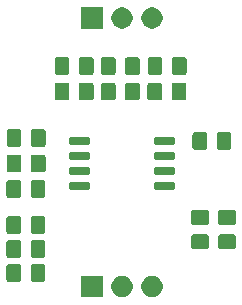
<source format=gbr>
G04 #@! TF.GenerationSoftware,KiCad,Pcbnew,(5.1.5)-2*
G04 #@! TF.CreationDate,2019-12-31T23:10:34+04:00*
G04 #@! TF.ProjectId,ad8066_filter,61643830-3636-45f6-9669-6c7465722e6b,1*
G04 #@! TF.SameCoordinates,Original*
G04 #@! TF.FileFunction,Soldermask,Top*
G04 #@! TF.FilePolarity,Negative*
%FSLAX46Y46*%
G04 Gerber Fmt 4.6, Leading zero omitted, Abs format (unit mm)*
G04 Created by KiCad (PCBNEW (5.1.5)-2) date 2019-12-31 23:10:34*
%MOMM*%
%LPD*%
G04 APERTURE LIST*
%ADD10C,0.100000*%
G04 APERTURE END LIST*
D10*
G36*
X167753512Y-99433927D02*
G01*
X167902812Y-99463624D01*
X168066784Y-99531544D01*
X168214354Y-99630147D01*
X168339853Y-99755646D01*
X168438456Y-99903216D01*
X168506376Y-100067188D01*
X168541000Y-100241259D01*
X168541000Y-100418741D01*
X168506376Y-100592812D01*
X168438456Y-100756784D01*
X168339853Y-100904354D01*
X168214354Y-101029853D01*
X168066784Y-101128456D01*
X167902812Y-101196376D01*
X167753512Y-101226073D01*
X167728742Y-101231000D01*
X167551258Y-101231000D01*
X167526488Y-101226073D01*
X167377188Y-101196376D01*
X167213216Y-101128456D01*
X167065646Y-101029853D01*
X166940147Y-100904354D01*
X166841544Y-100756784D01*
X166773624Y-100592812D01*
X166739000Y-100418741D01*
X166739000Y-100241259D01*
X166773624Y-100067188D01*
X166841544Y-99903216D01*
X166940147Y-99755646D01*
X167065646Y-99630147D01*
X167213216Y-99531544D01*
X167377188Y-99463624D01*
X167526488Y-99433927D01*
X167551258Y-99429000D01*
X167728742Y-99429000D01*
X167753512Y-99433927D01*
G37*
G36*
X165213512Y-99433927D02*
G01*
X165362812Y-99463624D01*
X165526784Y-99531544D01*
X165674354Y-99630147D01*
X165799853Y-99755646D01*
X165898456Y-99903216D01*
X165966376Y-100067188D01*
X166001000Y-100241259D01*
X166001000Y-100418741D01*
X165966376Y-100592812D01*
X165898456Y-100756784D01*
X165799853Y-100904354D01*
X165674354Y-101029853D01*
X165526784Y-101128456D01*
X165362812Y-101196376D01*
X165213512Y-101226073D01*
X165188742Y-101231000D01*
X165011258Y-101231000D01*
X164986488Y-101226073D01*
X164837188Y-101196376D01*
X164673216Y-101128456D01*
X164525646Y-101029853D01*
X164400147Y-100904354D01*
X164301544Y-100756784D01*
X164233624Y-100592812D01*
X164199000Y-100418741D01*
X164199000Y-100241259D01*
X164233624Y-100067188D01*
X164301544Y-99903216D01*
X164400147Y-99755646D01*
X164525646Y-99630147D01*
X164673216Y-99531544D01*
X164837188Y-99463624D01*
X164986488Y-99433927D01*
X165011258Y-99429000D01*
X165188742Y-99429000D01*
X165213512Y-99433927D01*
G37*
G36*
X163461000Y-101231000D02*
G01*
X161659000Y-101231000D01*
X161659000Y-99429000D01*
X163461000Y-99429000D01*
X163461000Y-101231000D01*
G37*
G36*
X156401674Y-98440465D02*
G01*
X156439367Y-98451899D01*
X156474103Y-98470466D01*
X156504548Y-98495452D01*
X156529534Y-98525897D01*
X156548101Y-98560633D01*
X156559535Y-98598326D01*
X156564000Y-98643661D01*
X156564000Y-99730339D01*
X156559535Y-99775674D01*
X156548101Y-99813367D01*
X156529534Y-99848103D01*
X156504548Y-99878548D01*
X156474103Y-99903534D01*
X156439367Y-99922101D01*
X156401674Y-99933535D01*
X156356339Y-99938000D01*
X155519661Y-99938000D01*
X155474326Y-99933535D01*
X155436633Y-99922101D01*
X155401897Y-99903534D01*
X155371452Y-99878548D01*
X155346466Y-99848103D01*
X155327899Y-99813367D01*
X155316465Y-99775674D01*
X155312000Y-99730339D01*
X155312000Y-98643661D01*
X155316465Y-98598326D01*
X155327899Y-98560633D01*
X155346466Y-98525897D01*
X155371452Y-98495452D01*
X155401897Y-98470466D01*
X155436633Y-98451899D01*
X155474326Y-98440465D01*
X155519661Y-98436000D01*
X156356339Y-98436000D01*
X156401674Y-98440465D01*
G37*
G36*
X158451674Y-98440465D02*
G01*
X158489367Y-98451899D01*
X158524103Y-98470466D01*
X158554548Y-98495452D01*
X158579534Y-98525897D01*
X158598101Y-98560633D01*
X158609535Y-98598326D01*
X158614000Y-98643661D01*
X158614000Y-99730339D01*
X158609535Y-99775674D01*
X158598101Y-99813367D01*
X158579534Y-99848103D01*
X158554548Y-99878548D01*
X158524103Y-99903534D01*
X158489367Y-99922101D01*
X158451674Y-99933535D01*
X158406339Y-99938000D01*
X157569661Y-99938000D01*
X157524326Y-99933535D01*
X157486633Y-99922101D01*
X157451897Y-99903534D01*
X157421452Y-99878548D01*
X157396466Y-99848103D01*
X157377899Y-99813367D01*
X157366465Y-99775674D01*
X157362000Y-99730339D01*
X157362000Y-98643661D01*
X157366465Y-98598326D01*
X157377899Y-98560633D01*
X157396466Y-98525897D01*
X157421452Y-98495452D01*
X157451897Y-98470466D01*
X157486633Y-98451899D01*
X157524326Y-98440465D01*
X157569661Y-98436000D01*
X158406339Y-98436000D01*
X158451674Y-98440465D01*
G37*
G36*
X156401674Y-96408465D02*
G01*
X156439367Y-96419899D01*
X156474103Y-96438466D01*
X156504548Y-96463452D01*
X156529534Y-96493897D01*
X156548101Y-96528633D01*
X156559535Y-96566326D01*
X156564000Y-96611661D01*
X156564000Y-97698339D01*
X156559535Y-97743674D01*
X156548101Y-97781367D01*
X156529534Y-97816103D01*
X156504548Y-97846548D01*
X156474103Y-97871534D01*
X156439367Y-97890101D01*
X156401674Y-97901535D01*
X156356339Y-97906000D01*
X155519661Y-97906000D01*
X155474326Y-97901535D01*
X155436633Y-97890101D01*
X155401897Y-97871534D01*
X155371452Y-97846548D01*
X155346466Y-97816103D01*
X155327899Y-97781367D01*
X155316465Y-97743674D01*
X155312000Y-97698339D01*
X155312000Y-96611661D01*
X155316465Y-96566326D01*
X155327899Y-96528633D01*
X155346466Y-96493897D01*
X155371452Y-96463452D01*
X155401897Y-96438466D01*
X155436633Y-96419899D01*
X155474326Y-96408465D01*
X155519661Y-96404000D01*
X156356339Y-96404000D01*
X156401674Y-96408465D01*
G37*
G36*
X158451674Y-96408465D02*
G01*
X158489367Y-96419899D01*
X158524103Y-96438466D01*
X158554548Y-96463452D01*
X158579534Y-96493897D01*
X158598101Y-96528633D01*
X158609535Y-96566326D01*
X158614000Y-96611661D01*
X158614000Y-97698339D01*
X158609535Y-97743674D01*
X158598101Y-97781367D01*
X158579534Y-97816103D01*
X158554548Y-97846548D01*
X158524103Y-97871534D01*
X158489367Y-97890101D01*
X158451674Y-97901535D01*
X158406339Y-97906000D01*
X157569661Y-97906000D01*
X157524326Y-97901535D01*
X157486633Y-97890101D01*
X157451897Y-97871534D01*
X157421452Y-97846548D01*
X157396466Y-97816103D01*
X157377899Y-97781367D01*
X157366465Y-97743674D01*
X157362000Y-97698339D01*
X157362000Y-96611661D01*
X157366465Y-96566326D01*
X157377899Y-96528633D01*
X157396466Y-96493897D01*
X157421452Y-96463452D01*
X157451897Y-96438466D01*
X157486633Y-96419899D01*
X157524326Y-96408465D01*
X157569661Y-96404000D01*
X158406339Y-96404000D01*
X158451674Y-96408465D01*
G37*
G36*
X172292674Y-95907465D02*
G01*
X172330367Y-95918899D01*
X172365103Y-95937466D01*
X172395548Y-95962452D01*
X172420534Y-95992897D01*
X172439101Y-96027633D01*
X172450535Y-96065326D01*
X172455000Y-96110661D01*
X172455000Y-96947339D01*
X172450535Y-96992674D01*
X172439101Y-97030367D01*
X172420534Y-97065103D01*
X172395548Y-97095548D01*
X172365103Y-97120534D01*
X172330367Y-97139101D01*
X172292674Y-97150535D01*
X172247339Y-97155000D01*
X171160661Y-97155000D01*
X171115326Y-97150535D01*
X171077633Y-97139101D01*
X171042897Y-97120534D01*
X171012452Y-97095548D01*
X170987466Y-97065103D01*
X170968899Y-97030367D01*
X170957465Y-96992674D01*
X170953000Y-96947339D01*
X170953000Y-96110661D01*
X170957465Y-96065326D01*
X170968899Y-96027633D01*
X170987466Y-95992897D01*
X171012452Y-95962452D01*
X171042897Y-95937466D01*
X171077633Y-95918899D01*
X171115326Y-95907465D01*
X171160661Y-95903000D01*
X172247339Y-95903000D01*
X172292674Y-95907465D01*
G37*
G36*
X174578674Y-95907465D02*
G01*
X174616367Y-95918899D01*
X174651103Y-95937466D01*
X174681548Y-95962452D01*
X174706534Y-95992897D01*
X174725101Y-96027633D01*
X174736535Y-96065326D01*
X174741000Y-96110661D01*
X174741000Y-96947339D01*
X174736535Y-96992674D01*
X174725101Y-97030367D01*
X174706534Y-97065103D01*
X174681548Y-97095548D01*
X174651103Y-97120534D01*
X174616367Y-97139101D01*
X174578674Y-97150535D01*
X174533339Y-97155000D01*
X173446661Y-97155000D01*
X173401326Y-97150535D01*
X173363633Y-97139101D01*
X173328897Y-97120534D01*
X173298452Y-97095548D01*
X173273466Y-97065103D01*
X173254899Y-97030367D01*
X173243465Y-96992674D01*
X173239000Y-96947339D01*
X173239000Y-96110661D01*
X173243465Y-96065326D01*
X173254899Y-96027633D01*
X173273466Y-95992897D01*
X173298452Y-95962452D01*
X173328897Y-95937466D01*
X173363633Y-95918899D01*
X173401326Y-95907465D01*
X173446661Y-95903000D01*
X174533339Y-95903000D01*
X174578674Y-95907465D01*
G37*
G36*
X158451674Y-94376465D02*
G01*
X158489367Y-94387899D01*
X158524103Y-94406466D01*
X158554548Y-94431452D01*
X158579534Y-94461897D01*
X158598101Y-94496633D01*
X158609535Y-94534326D01*
X158614000Y-94579661D01*
X158614000Y-95666339D01*
X158609535Y-95711674D01*
X158598101Y-95749367D01*
X158579534Y-95784103D01*
X158554548Y-95814548D01*
X158524103Y-95839534D01*
X158489367Y-95858101D01*
X158451674Y-95869535D01*
X158406339Y-95874000D01*
X157569661Y-95874000D01*
X157524326Y-95869535D01*
X157486633Y-95858101D01*
X157451897Y-95839534D01*
X157421452Y-95814548D01*
X157396466Y-95784103D01*
X157377899Y-95749367D01*
X157366465Y-95711674D01*
X157362000Y-95666339D01*
X157362000Y-94579661D01*
X157366465Y-94534326D01*
X157377899Y-94496633D01*
X157396466Y-94461897D01*
X157421452Y-94431452D01*
X157451897Y-94406466D01*
X157486633Y-94387899D01*
X157524326Y-94376465D01*
X157569661Y-94372000D01*
X158406339Y-94372000D01*
X158451674Y-94376465D01*
G37*
G36*
X156401674Y-94376465D02*
G01*
X156439367Y-94387899D01*
X156474103Y-94406466D01*
X156504548Y-94431452D01*
X156529534Y-94461897D01*
X156548101Y-94496633D01*
X156559535Y-94534326D01*
X156564000Y-94579661D01*
X156564000Y-95666339D01*
X156559535Y-95711674D01*
X156548101Y-95749367D01*
X156529534Y-95784103D01*
X156504548Y-95814548D01*
X156474103Y-95839534D01*
X156439367Y-95858101D01*
X156401674Y-95869535D01*
X156356339Y-95874000D01*
X155519661Y-95874000D01*
X155474326Y-95869535D01*
X155436633Y-95858101D01*
X155401897Y-95839534D01*
X155371452Y-95814548D01*
X155346466Y-95784103D01*
X155327899Y-95749367D01*
X155316465Y-95711674D01*
X155312000Y-95666339D01*
X155312000Y-94579661D01*
X155316465Y-94534326D01*
X155327899Y-94496633D01*
X155346466Y-94461897D01*
X155371452Y-94431452D01*
X155401897Y-94406466D01*
X155436633Y-94387899D01*
X155474326Y-94376465D01*
X155519661Y-94372000D01*
X156356339Y-94372000D01*
X156401674Y-94376465D01*
G37*
G36*
X172292674Y-93857465D02*
G01*
X172330367Y-93868899D01*
X172365103Y-93887466D01*
X172395548Y-93912452D01*
X172420534Y-93942897D01*
X172439101Y-93977633D01*
X172450535Y-94015326D01*
X172455000Y-94060661D01*
X172455000Y-94897339D01*
X172450535Y-94942674D01*
X172439101Y-94980367D01*
X172420534Y-95015103D01*
X172395548Y-95045548D01*
X172365103Y-95070534D01*
X172330367Y-95089101D01*
X172292674Y-95100535D01*
X172247339Y-95105000D01*
X171160661Y-95105000D01*
X171115326Y-95100535D01*
X171077633Y-95089101D01*
X171042897Y-95070534D01*
X171012452Y-95045548D01*
X170987466Y-95015103D01*
X170968899Y-94980367D01*
X170957465Y-94942674D01*
X170953000Y-94897339D01*
X170953000Y-94060661D01*
X170957465Y-94015326D01*
X170968899Y-93977633D01*
X170987466Y-93942897D01*
X171012452Y-93912452D01*
X171042897Y-93887466D01*
X171077633Y-93868899D01*
X171115326Y-93857465D01*
X171160661Y-93853000D01*
X172247339Y-93853000D01*
X172292674Y-93857465D01*
G37*
G36*
X174578674Y-93857465D02*
G01*
X174616367Y-93868899D01*
X174651103Y-93887466D01*
X174681548Y-93912452D01*
X174706534Y-93942897D01*
X174725101Y-93977633D01*
X174736535Y-94015326D01*
X174741000Y-94060661D01*
X174741000Y-94897339D01*
X174736535Y-94942674D01*
X174725101Y-94980367D01*
X174706534Y-95015103D01*
X174681548Y-95045548D01*
X174651103Y-95070534D01*
X174616367Y-95089101D01*
X174578674Y-95100535D01*
X174533339Y-95105000D01*
X173446661Y-95105000D01*
X173401326Y-95100535D01*
X173363633Y-95089101D01*
X173328897Y-95070534D01*
X173298452Y-95045548D01*
X173273466Y-95015103D01*
X173254899Y-94980367D01*
X173243465Y-94942674D01*
X173239000Y-94897339D01*
X173239000Y-94060661D01*
X173243465Y-94015326D01*
X173254899Y-93977633D01*
X173273466Y-93942897D01*
X173298452Y-93912452D01*
X173328897Y-93887466D01*
X173363633Y-93868899D01*
X173401326Y-93857465D01*
X173446661Y-93853000D01*
X174533339Y-93853000D01*
X174578674Y-93857465D01*
G37*
G36*
X158451674Y-91328465D02*
G01*
X158489367Y-91339899D01*
X158524103Y-91358466D01*
X158554548Y-91383452D01*
X158579534Y-91413897D01*
X158598101Y-91448633D01*
X158609535Y-91486326D01*
X158614000Y-91531661D01*
X158614000Y-92618339D01*
X158609535Y-92663674D01*
X158598101Y-92701367D01*
X158579534Y-92736103D01*
X158554548Y-92766548D01*
X158524103Y-92791534D01*
X158489367Y-92810101D01*
X158451674Y-92821535D01*
X158406339Y-92826000D01*
X157569661Y-92826000D01*
X157524326Y-92821535D01*
X157486633Y-92810101D01*
X157451897Y-92791534D01*
X157421452Y-92766548D01*
X157396466Y-92736103D01*
X157377899Y-92701367D01*
X157366465Y-92663674D01*
X157362000Y-92618339D01*
X157362000Y-91531661D01*
X157366465Y-91486326D01*
X157377899Y-91448633D01*
X157396466Y-91413897D01*
X157421452Y-91383452D01*
X157451897Y-91358466D01*
X157486633Y-91339899D01*
X157524326Y-91328465D01*
X157569661Y-91324000D01*
X158406339Y-91324000D01*
X158451674Y-91328465D01*
G37*
G36*
X156401674Y-91328465D02*
G01*
X156439367Y-91339899D01*
X156474103Y-91358466D01*
X156504548Y-91383452D01*
X156529534Y-91413897D01*
X156548101Y-91448633D01*
X156559535Y-91486326D01*
X156564000Y-91531661D01*
X156564000Y-92618339D01*
X156559535Y-92663674D01*
X156548101Y-92701367D01*
X156529534Y-92736103D01*
X156504548Y-92766548D01*
X156474103Y-92791534D01*
X156439367Y-92810101D01*
X156401674Y-92821535D01*
X156356339Y-92826000D01*
X155519661Y-92826000D01*
X155474326Y-92821535D01*
X155436633Y-92810101D01*
X155401897Y-92791534D01*
X155371452Y-92766548D01*
X155346466Y-92736103D01*
X155327899Y-92701367D01*
X155316465Y-92663674D01*
X155312000Y-92618339D01*
X155312000Y-91531661D01*
X155316465Y-91486326D01*
X155327899Y-91448633D01*
X155346466Y-91413897D01*
X155371452Y-91383452D01*
X155401897Y-91358466D01*
X155436633Y-91339899D01*
X155474326Y-91328465D01*
X155519661Y-91324000D01*
X156356339Y-91324000D01*
X156401674Y-91328465D01*
G37*
G36*
X169459928Y-91472764D02*
G01*
X169481009Y-91479160D01*
X169500445Y-91489548D01*
X169517476Y-91503524D01*
X169531452Y-91520555D01*
X169541840Y-91539991D01*
X169548236Y-91561072D01*
X169551000Y-91589140D01*
X169551000Y-92052860D01*
X169548236Y-92080928D01*
X169541840Y-92102009D01*
X169531452Y-92121445D01*
X169517476Y-92138476D01*
X169500445Y-92152452D01*
X169481009Y-92162840D01*
X169459928Y-92169236D01*
X169431860Y-92172000D01*
X167968140Y-92172000D01*
X167940072Y-92169236D01*
X167918991Y-92162840D01*
X167899555Y-92152452D01*
X167882524Y-92138476D01*
X167868548Y-92121445D01*
X167858160Y-92102009D01*
X167851764Y-92080928D01*
X167849000Y-92052860D01*
X167849000Y-91589140D01*
X167851764Y-91561072D01*
X167858160Y-91539991D01*
X167868548Y-91520555D01*
X167882524Y-91503524D01*
X167899555Y-91489548D01*
X167918991Y-91479160D01*
X167940072Y-91472764D01*
X167968140Y-91470000D01*
X169431860Y-91470000D01*
X169459928Y-91472764D01*
G37*
G36*
X162259928Y-91472764D02*
G01*
X162281009Y-91479160D01*
X162300445Y-91489548D01*
X162317476Y-91503524D01*
X162331452Y-91520555D01*
X162341840Y-91539991D01*
X162348236Y-91561072D01*
X162351000Y-91589140D01*
X162351000Y-92052860D01*
X162348236Y-92080928D01*
X162341840Y-92102009D01*
X162331452Y-92121445D01*
X162317476Y-92138476D01*
X162300445Y-92152452D01*
X162281009Y-92162840D01*
X162259928Y-92169236D01*
X162231860Y-92172000D01*
X160768140Y-92172000D01*
X160740072Y-92169236D01*
X160718991Y-92162840D01*
X160699555Y-92152452D01*
X160682524Y-92138476D01*
X160668548Y-92121445D01*
X160658160Y-92102009D01*
X160651764Y-92080928D01*
X160649000Y-92052860D01*
X160649000Y-91589140D01*
X160651764Y-91561072D01*
X160658160Y-91539991D01*
X160668548Y-91520555D01*
X160682524Y-91503524D01*
X160699555Y-91489548D01*
X160718991Y-91479160D01*
X160740072Y-91472764D01*
X160768140Y-91470000D01*
X162231860Y-91470000D01*
X162259928Y-91472764D01*
G37*
G36*
X169459928Y-90202764D02*
G01*
X169481009Y-90209160D01*
X169500445Y-90219548D01*
X169517476Y-90233524D01*
X169531452Y-90250555D01*
X169541840Y-90269991D01*
X169548236Y-90291072D01*
X169551000Y-90319140D01*
X169551000Y-90782860D01*
X169548236Y-90810928D01*
X169541840Y-90832009D01*
X169531452Y-90851445D01*
X169517476Y-90868476D01*
X169500445Y-90882452D01*
X169481009Y-90892840D01*
X169459928Y-90899236D01*
X169431860Y-90902000D01*
X167968140Y-90902000D01*
X167940072Y-90899236D01*
X167918991Y-90892840D01*
X167899555Y-90882452D01*
X167882524Y-90868476D01*
X167868548Y-90851445D01*
X167858160Y-90832009D01*
X167851764Y-90810928D01*
X167849000Y-90782860D01*
X167849000Y-90319140D01*
X167851764Y-90291072D01*
X167858160Y-90269991D01*
X167868548Y-90250555D01*
X167882524Y-90233524D01*
X167899555Y-90219548D01*
X167918991Y-90209160D01*
X167940072Y-90202764D01*
X167968140Y-90200000D01*
X169431860Y-90200000D01*
X169459928Y-90202764D01*
G37*
G36*
X162259928Y-90202764D02*
G01*
X162281009Y-90209160D01*
X162300445Y-90219548D01*
X162317476Y-90233524D01*
X162331452Y-90250555D01*
X162341840Y-90269991D01*
X162348236Y-90291072D01*
X162351000Y-90319140D01*
X162351000Y-90782860D01*
X162348236Y-90810928D01*
X162341840Y-90832009D01*
X162331452Y-90851445D01*
X162317476Y-90868476D01*
X162300445Y-90882452D01*
X162281009Y-90892840D01*
X162259928Y-90899236D01*
X162231860Y-90902000D01*
X160768140Y-90902000D01*
X160740072Y-90899236D01*
X160718991Y-90892840D01*
X160699555Y-90882452D01*
X160682524Y-90868476D01*
X160668548Y-90851445D01*
X160658160Y-90832009D01*
X160651764Y-90810928D01*
X160649000Y-90782860D01*
X160649000Y-90319140D01*
X160651764Y-90291072D01*
X160658160Y-90269991D01*
X160668548Y-90250555D01*
X160682524Y-90233524D01*
X160699555Y-90219548D01*
X160718991Y-90209160D01*
X160740072Y-90202764D01*
X160768140Y-90200000D01*
X162231860Y-90200000D01*
X162259928Y-90202764D01*
G37*
G36*
X156419674Y-89169465D02*
G01*
X156457367Y-89180899D01*
X156492103Y-89199466D01*
X156522548Y-89224452D01*
X156547534Y-89254897D01*
X156566101Y-89289633D01*
X156577535Y-89327326D01*
X156582000Y-89372661D01*
X156582000Y-90459339D01*
X156577535Y-90504674D01*
X156566101Y-90542367D01*
X156547534Y-90577103D01*
X156522548Y-90607548D01*
X156492103Y-90632534D01*
X156457367Y-90651101D01*
X156419674Y-90662535D01*
X156374339Y-90667000D01*
X155537661Y-90667000D01*
X155492326Y-90662535D01*
X155454633Y-90651101D01*
X155419897Y-90632534D01*
X155389452Y-90607548D01*
X155364466Y-90577103D01*
X155345899Y-90542367D01*
X155334465Y-90504674D01*
X155330000Y-90459339D01*
X155330000Y-89372661D01*
X155334465Y-89327326D01*
X155345899Y-89289633D01*
X155364466Y-89254897D01*
X155389452Y-89224452D01*
X155419897Y-89199466D01*
X155454633Y-89180899D01*
X155492326Y-89169465D01*
X155537661Y-89165000D01*
X156374339Y-89165000D01*
X156419674Y-89169465D01*
G37*
G36*
X158469674Y-89169465D02*
G01*
X158507367Y-89180899D01*
X158542103Y-89199466D01*
X158572548Y-89224452D01*
X158597534Y-89254897D01*
X158616101Y-89289633D01*
X158627535Y-89327326D01*
X158632000Y-89372661D01*
X158632000Y-90459339D01*
X158627535Y-90504674D01*
X158616101Y-90542367D01*
X158597534Y-90577103D01*
X158572548Y-90607548D01*
X158542103Y-90632534D01*
X158507367Y-90651101D01*
X158469674Y-90662535D01*
X158424339Y-90667000D01*
X157587661Y-90667000D01*
X157542326Y-90662535D01*
X157504633Y-90651101D01*
X157469897Y-90632534D01*
X157439452Y-90607548D01*
X157414466Y-90577103D01*
X157395899Y-90542367D01*
X157384465Y-90504674D01*
X157380000Y-90459339D01*
X157380000Y-89372661D01*
X157384465Y-89327326D01*
X157395899Y-89289633D01*
X157414466Y-89254897D01*
X157439452Y-89224452D01*
X157469897Y-89199466D01*
X157504633Y-89180899D01*
X157542326Y-89169465D01*
X157587661Y-89165000D01*
X158424339Y-89165000D01*
X158469674Y-89169465D01*
G37*
G36*
X169459928Y-88932764D02*
G01*
X169481009Y-88939160D01*
X169500445Y-88949548D01*
X169517476Y-88963524D01*
X169531452Y-88980555D01*
X169541840Y-88999991D01*
X169548236Y-89021072D01*
X169551000Y-89049140D01*
X169551000Y-89512860D01*
X169548236Y-89540928D01*
X169541840Y-89562009D01*
X169531452Y-89581445D01*
X169517476Y-89598476D01*
X169500445Y-89612452D01*
X169481009Y-89622840D01*
X169459928Y-89629236D01*
X169431860Y-89632000D01*
X167968140Y-89632000D01*
X167940072Y-89629236D01*
X167918991Y-89622840D01*
X167899555Y-89612452D01*
X167882524Y-89598476D01*
X167868548Y-89581445D01*
X167858160Y-89562009D01*
X167851764Y-89540928D01*
X167849000Y-89512860D01*
X167849000Y-89049140D01*
X167851764Y-89021072D01*
X167858160Y-88999991D01*
X167868548Y-88980555D01*
X167882524Y-88963524D01*
X167899555Y-88949548D01*
X167918991Y-88939160D01*
X167940072Y-88932764D01*
X167968140Y-88930000D01*
X169431860Y-88930000D01*
X169459928Y-88932764D01*
G37*
G36*
X162259928Y-88932764D02*
G01*
X162281009Y-88939160D01*
X162300445Y-88949548D01*
X162317476Y-88963524D01*
X162331452Y-88980555D01*
X162341840Y-88999991D01*
X162348236Y-89021072D01*
X162351000Y-89049140D01*
X162351000Y-89512860D01*
X162348236Y-89540928D01*
X162341840Y-89562009D01*
X162331452Y-89581445D01*
X162317476Y-89598476D01*
X162300445Y-89612452D01*
X162281009Y-89622840D01*
X162259928Y-89629236D01*
X162231860Y-89632000D01*
X160768140Y-89632000D01*
X160740072Y-89629236D01*
X160718991Y-89622840D01*
X160699555Y-89612452D01*
X160682524Y-89598476D01*
X160668548Y-89581445D01*
X160658160Y-89562009D01*
X160651764Y-89540928D01*
X160649000Y-89512860D01*
X160649000Y-89049140D01*
X160651764Y-89021072D01*
X160658160Y-88999991D01*
X160668548Y-88980555D01*
X160682524Y-88963524D01*
X160699555Y-88949548D01*
X160718991Y-88939160D01*
X160740072Y-88932764D01*
X160768140Y-88930000D01*
X162231860Y-88930000D01*
X162259928Y-88932764D01*
G37*
G36*
X172158674Y-87264465D02*
G01*
X172196367Y-87275899D01*
X172231103Y-87294466D01*
X172261548Y-87319452D01*
X172286534Y-87349897D01*
X172305101Y-87384633D01*
X172316535Y-87422326D01*
X172321000Y-87467661D01*
X172321000Y-88554339D01*
X172316535Y-88599674D01*
X172305101Y-88637367D01*
X172286534Y-88672103D01*
X172261548Y-88702548D01*
X172231103Y-88727534D01*
X172196367Y-88746101D01*
X172158674Y-88757535D01*
X172113339Y-88762000D01*
X171276661Y-88762000D01*
X171231326Y-88757535D01*
X171193633Y-88746101D01*
X171158897Y-88727534D01*
X171128452Y-88702548D01*
X171103466Y-88672103D01*
X171084899Y-88637367D01*
X171073465Y-88599674D01*
X171069000Y-88554339D01*
X171069000Y-87467661D01*
X171073465Y-87422326D01*
X171084899Y-87384633D01*
X171103466Y-87349897D01*
X171128452Y-87319452D01*
X171158897Y-87294466D01*
X171193633Y-87275899D01*
X171231326Y-87264465D01*
X171276661Y-87260000D01*
X172113339Y-87260000D01*
X172158674Y-87264465D01*
G37*
G36*
X174208674Y-87264465D02*
G01*
X174246367Y-87275899D01*
X174281103Y-87294466D01*
X174311548Y-87319452D01*
X174336534Y-87349897D01*
X174355101Y-87384633D01*
X174366535Y-87422326D01*
X174371000Y-87467661D01*
X174371000Y-88554339D01*
X174366535Y-88599674D01*
X174355101Y-88637367D01*
X174336534Y-88672103D01*
X174311548Y-88702548D01*
X174281103Y-88727534D01*
X174246367Y-88746101D01*
X174208674Y-88757535D01*
X174163339Y-88762000D01*
X173326661Y-88762000D01*
X173281326Y-88757535D01*
X173243633Y-88746101D01*
X173208897Y-88727534D01*
X173178452Y-88702548D01*
X173153466Y-88672103D01*
X173134899Y-88637367D01*
X173123465Y-88599674D01*
X173119000Y-88554339D01*
X173119000Y-87467661D01*
X173123465Y-87422326D01*
X173134899Y-87384633D01*
X173153466Y-87349897D01*
X173178452Y-87319452D01*
X173208897Y-87294466D01*
X173243633Y-87275899D01*
X173281326Y-87264465D01*
X173326661Y-87260000D01*
X174163339Y-87260000D01*
X174208674Y-87264465D01*
G37*
G36*
X158469674Y-87010465D02*
G01*
X158507367Y-87021899D01*
X158542103Y-87040466D01*
X158572548Y-87065452D01*
X158597534Y-87095897D01*
X158616101Y-87130633D01*
X158627535Y-87168326D01*
X158632000Y-87213661D01*
X158632000Y-88300339D01*
X158627535Y-88345674D01*
X158616101Y-88383367D01*
X158597534Y-88418103D01*
X158572548Y-88448548D01*
X158542103Y-88473534D01*
X158507367Y-88492101D01*
X158469674Y-88503535D01*
X158424339Y-88508000D01*
X157587661Y-88508000D01*
X157542326Y-88503535D01*
X157504633Y-88492101D01*
X157469897Y-88473534D01*
X157439452Y-88448548D01*
X157414466Y-88418103D01*
X157395899Y-88383367D01*
X157384465Y-88345674D01*
X157380000Y-88300339D01*
X157380000Y-87213661D01*
X157384465Y-87168326D01*
X157395899Y-87130633D01*
X157414466Y-87095897D01*
X157439452Y-87065452D01*
X157469897Y-87040466D01*
X157504633Y-87021899D01*
X157542326Y-87010465D01*
X157587661Y-87006000D01*
X158424339Y-87006000D01*
X158469674Y-87010465D01*
G37*
G36*
X156419674Y-87010465D02*
G01*
X156457367Y-87021899D01*
X156492103Y-87040466D01*
X156522548Y-87065452D01*
X156547534Y-87095897D01*
X156566101Y-87130633D01*
X156577535Y-87168326D01*
X156582000Y-87213661D01*
X156582000Y-88300339D01*
X156577535Y-88345674D01*
X156566101Y-88383367D01*
X156547534Y-88418103D01*
X156522548Y-88448548D01*
X156492103Y-88473534D01*
X156457367Y-88492101D01*
X156419674Y-88503535D01*
X156374339Y-88508000D01*
X155537661Y-88508000D01*
X155492326Y-88503535D01*
X155454633Y-88492101D01*
X155419897Y-88473534D01*
X155389452Y-88448548D01*
X155364466Y-88418103D01*
X155345899Y-88383367D01*
X155334465Y-88345674D01*
X155330000Y-88300339D01*
X155330000Y-87213661D01*
X155334465Y-87168326D01*
X155345899Y-87130633D01*
X155364466Y-87095897D01*
X155389452Y-87065452D01*
X155419897Y-87040466D01*
X155454633Y-87021899D01*
X155492326Y-87010465D01*
X155537661Y-87006000D01*
X156374339Y-87006000D01*
X156419674Y-87010465D01*
G37*
G36*
X169459928Y-87662764D02*
G01*
X169481009Y-87669160D01*
X169500445Y-87679548D01*
X169517476Y-87693524D01*
X169531452Y-87710555D01*
X169541840Y-87729991D01*
X169548236Y-87751072D01*
X169551000Y-87779140D01*
X169551000Y-88242860D01*
X169548236Y-88270928D01*
X169541840Y-88292009D01*
X169531452Y-88311445D01*
X169517476Y-88328476D01*
X169500445Y-88342452D01*
X169481009Y-88352840D01*
X169459928Y-88359236D01*
X169431860Y-88362000D01*
X167968140Y-88362000D01*
X167940072Y-88359236D01*
X167918991Y-88352840D01*
X167899555Y-88342452D01*
X167882524Y-88328476D01*
X167868548Y-88311445D01*
X167858160Y-88292009D01*
X167851764Y-88270928D01*
X167849000Y-88242860D01*
X167849000Y-87779140D01*
X167851764Y-87751072D01*
X167858160Y-87729991D01*
X167868548Y-87710555D01*
X167882524Y-87693524D01*
X167899555Y-87679548D01*
X167918991Y-87669160D01*
X167940072Y-87662764D01*
X167968140Y-87660000D01*
X169431860Y-87660000D01*
X169459928Y-87662764D01*
G37*
G36*
X162259928Y-87662764D02*
G01*
X162281009Y-87669160D01*
X162300445Y-87679548D01*
X162317476Y-87693524D01*
X162331452Y-87710555D01*
X162341840Y-87729991D01*
X162348236Y-87751072D01*
X162351000Y-87779140D01*
X162351000Y-88242860D01*
X162348236Y-88270928D01*
X162341840Y-88292009D01*
X162331452Y-88311445D01*
X162317476Y-88328476D01*
X162300445Y-88342452D01*
X162281009Y-88352840D01*
X162259928Y-88359236D01*
X162231860Y-88362000D01*
X160768140Y-88362000D01*
X160740072Y-88359236D01*
X160718991Y-88352840D01*
X160699555Y-88342452D01*
X160682524Y-88328476D01*
X160668548Y-88311445D01*
X160658160Y-88292009D01*
X160651764Y-88270928D01*
X160649000Y-88242860D01*
X160649000Y-87779140D01*
X160651764Y-87751072D01*
X160658160Y-87729991D01*
X160668548Y-87710555D01*
X160682524Y-87693524D01*
X160699555Y-87679548D01*
X160718991Y-87669160D01*
X160740072Y-87662764D01*
X160768140Y-87660000D01*
X162231860Y-87660000D01*
X162259928Y-87662764D01*
G37*
G36*
X166452674Y-83073465D02*
G01*
X166490367Y-83084899D01*
X166525103Y-83103466D01*
X166555548Y-83128452D01*
X166580534Y-83158897D01*
X166599101Y-83193633D01*
X166610535Y-83231326D01*
X166615000Y-83276661D01*
X166615000Y-84363339D01*
X166610535Y-84408674D01*
X166599101Y-84446367D01*
X166580534Y-84481103D01*
X166555548Y-84511548D01*
X166525103Y-84536534D01*
X166490367Y-84555101D01*
X166452674Y-84566535D01*
X166407339Y-84571000D01*
X165570661Y-84571000D01*
X165525326Y-84566535D01*
X165487633Y-84555101D01*
X165452897Y-84536534D01*
X165422452Y-84511548D01*
X165397466Y-84481103D01*
X165378899Y-84446367D01*
X165367465Y-84408674D01*
X165363000Y-84363339D01*
X165363000Y-83276661D01*
X165367465Y-83231326D01*
X165378899Y-83193633D01*
X165397466Y-83158897D01*
X165422452Y-83128452D01*
X165452897Y-83103466D01*
X165487633Y-83084899D01*
X165525326Y-83073465D01*
X165570661Y-83069000D01*
X166407339Y-83069000D01*
X166452674Y-83073465D01*
G37*
G36*
X164402674Y-83073465D02*
G01*
X164440367Y-83084899D01*
X164475103Y-83103466D01*
X164505548Y-83128452D01*
X164530534Y-83158897D01*
X164549101Y-83193633D01*
X164560535Y-83231326D01*
X164565000Y-83276661D01*
X164565000Y-84363339D01*
X164560535Y-84408674D01*
X164549101Y-84446367D01*
X164530534Y-84481103D01*
X164505548Y-84511548D01*
X164475103Y-84536534D01*
X164440367Y-84555101D01*
X164402674Y-84566535D01*
X164357339Y-84571000D01*
X163520661Y-84571000D01*
X163475326Y-84566535D01*
X163437633Y-84555101D01*
X163402897Y-84536534D01*
X163372452Y-84511548D01*
X163347466Y-84481103D01*
X163328899Y-84446367D01*
X163317465Y-84408674D01*
X163313000Y-84363339D01*
X163313000Y-83276661D01*
X163317465Y-83231326D01*
X163328899Y-83193633D01*
X163347466Y-83158897D01*
X163372452Y-83128452D01*
X163402897Y-83103466D01*
X163437633Y-83084899D01*
X163475326Y-83073465D01*
X163520661Y-83069000D01*
X164357339Y-83069000D01*
X164402674Y-83073465D01*
G37*
G36*
X160483674Y-83073465D02*
G01*
X160521367Y-83084899D01*
X160556103Y-83103466D01*
X160586548Y-83128452D01*
X160611534Y-83158897D01*
X160630101Y-83193633D01*
X160641535Y-83231326D01*
X160646000Y-83276661D01*
X160646000Y-84363339D01*
X160641535Y-84408674D01*
X160630101Y-84446367D01*
X160611534Y-84481103D01*
X160586548Y-84511548D01*
X160556103Y-84536534D01*
X160521367Y-84555101D01*
X160483674Y-84566535D01*
X160438339Y-84571000D01*
X159601661Y-84571000D01*
X159556326Y-84566535D01*
X159518633Y-84555101D01*
X159483897Y-84536534D01*
X159453452Y-84511548D01*
X159428466Y-84481103D01*
X159409899Y-84446367D01*
X159398465Y-84408674D01*
X159394000Y-84363339D01*
X159394000Y-83276661D01*
X159398465Y-83231326D01*
X159409899Y-83193633D01*
X159428466Y-83158897D01*
X159453452Y-83128452D01*
X159483897Y-83103466D01*
X159518633Y-83084899D01*
X159556326Y-83073465D01*
X159601661Y-83069000D01*
X160438339Y-83069000D01*
X160483674Y-83073465D01*
G37*
G36*
X162533674Y-83073465D02*
G01*
X162571367Y-83084899D01*
X162606103Y-83103466D01*
X162636548Y-83128452D01*
X162661534Y-83158897D01*
X162680101Y-83193633D01*
X162691535Y-83231326D01*
X162696000Y-83276661D01*
X162696000Y-84363339D01*
X162691535Y-84408674D01*
X162680101Y-84446367D01*
X162661534Y-84481103D01*
X162636548Y-84511548D01*
X162606103Y-84536534D01*
X162571367Y-84555101D01*
X162533674Y-84566535D01*
X162488339Y-84571000D01*
X161651661Y-84571000D01*
X161606326Y-84566535D01*
X161568633Y-84555101D01*
X161533897Y-84536534D01*
X161503452Y-84511548D01*
X161478466Y-84481103D01*
X161459899Y-84446367D01*
X161448465Y-84408674D01*
X161444000Y-84363339D01*
X161444000Y-83276661D01*
X161448465Y-83231326D01*
X161459899Y-83193633D01*
X161478466Y-83158897D01*
X161503452Y-83128452D01*
X161533897Y-83103466D01*
X161568633Y-83084899D01*
X161606326Y-83073465D01*
X161651661Y-83069000D01*
X162488339Y-83069000D01*
X162533674Y-83073465D01*
G37*
G36*
X168339674Y-83073465D02*
G01*
X168377367Y-83084899D01*
X168412103Y-83103466D01*
X168442548Y-83128452D01*
X168467534Y-83158897D01*
X168486101Y-83193633D01*
X168497535Y-83231326D01*
X168502000Y-83276661D01*
X168502000Y-84363339D01*
X168497535Y-84408674D01*
X168486101Y-84446367D01*
X168467534Y-84481103D01*
X168442548Y-84511548D01*
X168412103Y-84536534D01*
X168377367Y-84555101D01*
X168339674Y-84566535D01*
X168294339Y-84571000D01*
X167457661Y-84571000D01*
X167412326Y-84566535D01*
X167374633Y-84555101D01*
X167339897Y-84536534D01*
X167309452Y-84511548D01*
X167284466Y-84481103D01*
X167265899Y-84446367D01*
X167254465Y-84408674D01*
X167250000Y-84363339D01*
X167250000Y-83276661D01*
X167254465Y-83231326D01*
X167265899Y-83193633D01*
X167284466Y-83158897D01*
X167309452Y-83128452D01*
X167339897Y-83103466D01*
X167374633Y-83084899D01*
X167412326Y-83073465D01*
X167457661Y-83069000D01*
X168294339Y-83069000D01*
X168339674Y-83073465D01*
G37*
G36*
X170389674Y-83073465D02*
G01*
X170427367Y-83084899D01*
X170462103Y-83103466D01*
X170492548Y-83128452D01*
X170517534Y-83158897D01*
X170536101Y-83193633D01*
X170547535Y-83231326D01*
X170552000Y-83276661D01*
X170552000Y-84363339D01*
X170547535Y-84408674D01*
X170536101Y-84446367D01*
X170517534Y-84481103D01*
X170492548Y-84511548D01*
X170462103Y-84536534D01*
X170427367Y-84555101D01*
X170389674Y-84566535D01*
X170344339Y-84571000D01*
X169507661Y-84571000D01*
X169462326Y-84566535D01*
X169424633Y-84555101D01*
X169389897Y-84536534D01*
X169359452Y-84511548D01*
X169334466Y-84481103D01*
X169315899Y-84446367D01*
X169304465Y-84408674D01*
X169300000Y-84363339D01*
X169300000Y-83276661D01*
X169304465Y-83231326D01*
X169315899Y-83193633D01*
X169334466Y-83158897D01*
X169359452Y-83128452D01*
X169389897Y-83103466D01*
X169424633Y-83084899D01*
X169462326Y-83073465D01*
X169507661Y-83069000D01*
X170344339Y-83069000D01*
X170389674Y-83073465D01*
G37*
G36*
X168357674Y-80914465D02*
G01*
X168395367Y-80925899D01*
X168430103Y-80944466D01*
X168460548Y-80969452D01*
X168485534Y-80999897D01*
X168504101Y-81034633D01*
X168515535Y-81072326D01*
X168520000Y-81117661D01*
X168520000Y-82204339D01*
X168515535Y-82249674D01*
X168504101Y-82287367D01*
X168485534Y-82322103D01*
X168460548Y-82352548D01*
X168430103Y-82377534D01*
X168395367Y-82396101D01*
X168357674Y-82407535D01*
X168312339Y-82412000D01*
X167475661Y-82412000D01*
X167430326Y-82407535D01*
X167392633Y-82396101D01*
X167357897Y-82377534D01*
X167327452Y-82352548D01*
X167302466Y-82322103D01*
X167283899Y-82287367D01*
X167272465Y-82249674D01*
X167268000Y-82204339D01*
X167268000Y-81117661D01*
X167272465Y-81072326D01*
X167283899Y-81034633D01*
X167302466Y-80999897D01*
X167327452Y-80969452D01*
X167357897Y-80944466D01*
X167392633Y-80925899D01*
X167430326Y-80914465D01*
X167475661Y-80910000D01*
X168312339Y-80910000D01*
X168357674Y-80914465D01*
G37*
G36*
X170407674Y-80914465D02*
G01*
X170445367Y-80925899D01*
X170480103Y-80944466D01*
X170510548Y-80969452D01*
X170535534Y-80999897D01*
X170554101Y-81034633D01*
X170565535Y-81072326D01*
X170570000Y-81117661D01*
X170570000Y-82204339D01*
X170565535Y-82249674D01*
X170554101Y-82287367D01*
X170535534Y-82322103D01*
X170510548Y-82352548D01*
X170480103Y-82377534D01*
X170445367Y-82396101D01*
X170407674Y-82407535D01*
X170362339Y-82412000D01*
X169525661Y-82412000D01*
X169480326Y-82407535D01*
X169442633Y-82396101D01*
X169407897Y-82377534D01*
X169377452Y-82352548D01*
X169352466Y-82322103D01*
X169333899Y-82287367D01*
X169322465Y-82249674D01*
X169318000Y-82204339D01*
X169318000Y-81117661D01*
X169322465Y-81072326D01*
X169333899Y-81034633D01*
X169352466Y-80999897D01*
X169377452Y-80969452D01*
X169407897Y-80944466D01*
X169442633Y-80925899D01*
X169480326Y-80914465D01*
X169525661Y-80910000D01*
X170362339Y-80910000D01*
X170407674Y-80914465D01*
G37*
G36*
X160483674Y-80914465D02*
G01*
X160521367Y-80925899D01*
X160556103Y-80944466D01*
X160586548Y-80969452D01*
X160611534Y-80999897D01*
X160630101Y-81034633D01*
X160641535Y-81072326D01*
X160646000Y-81117661D01*
X160646000Y-82204339D01*
X160641535Y-82249674D01*
X160630101Y-82287367D01*
X160611534Y-82322103D01*
X160586548Y-82352548D01*
X160556103Y-82377534D01*
X160521367Y-82396101D01*
X160483674Y-82407535D01*
X160438339Y-82412000D01*
X159601661Y-82412000D01*
X159556326Y-82407535D01*
X159518633Y-82396101D01*
X159483897Y-82377534D01*
X159453452Y-82352548D01*
X159428466Y-82322103D01*
X159409899Y-82287367D01*
X159398465Y-82249674D01*
X159394000Y-82204339D01*
X159394000Y-81117661D01*
X159398465Y-81072326D01*
X159409899Y-81034633D01*
X159428466Y-80999897D01*
X159453452Y-80969452D01*
X159483897Y-80944466D01*
X159518633Y-80925899D01*
X159556326Y-80914465D01*
X159601661Y-80910000D01*
X160438339Y-80910000D01*
X160483674Y-80914465D01*
G37*
G36*
X162533674Y-80914465D02*
G01*
X162571367Y-80925899D01*
X162606103Y-80944466D01*
X162636548Y-80969452D01*
X162661534Y-80999897D01*
X162680101Y-81034633D01*
X162691535Y-81072326D01*
X162696000Y-81117661D01*
X162696000Y-82204339D01*
X162691535Y-82249674D01*
X162680101Y-82287367D01*
X162661534Y-82322103D01*
X162636548Y-82352548D01*
X162606103Y-82377534D01*
X162571367Y-82396101D01*
X162533674Y-82407535D01*
X162488339Y-82412000D01*
X161651661Y-82412000D01*
X161606326Y-82407535D01*
X161568633Y-82396101D01*
X161533897Y-82377534D01*
X161503452Y-82352548D01*
X161478466Y-82322103D01*
X161459899Y-82287367D01*
X161448465Y-82249674D01*
X161444000Y-82204339D01*
X161444000Y-81117661D01*
X161448465Y-81072326D01*
X161459899Y-81034633D01*
X161478466Y-80999897D01*
X161503452Y-80969452D01*
X161533897Y-80944466D01*
X161568633Y-80925899D01*
X161606326Y-80914465D01*
X161651661Y-80910000D01*
X162488339Y-80910000D01*
X162533674Y-80914465D01*
G37*
G36*
X164402674Y-80914465D02*
G01*
X164440367Y-80925899D01*
X164475103Y-80944466D01*
X164505548Y-80969452D01*
X164530534Y-80999897D01*
X164549101Y-81034633D01*
X164560535Y-81072326D01*
X164565000Y-81117661D01*
X164565000Y-82204339D01*
X164560535Y-82249674D01*
X164549101Y-82287367D01*
X164530534Y-82322103D01*
X164505548Y-82352548D01*
X164475103Y-82377534D01*
X164440367Y-82396101D01*
X164402674Y-82407535D01*
X164357339Y-82412000D01*
X163520661Y-82412000D01*
X163475326Y-82407535D01*
X163437633Y-82396101D01*
X163402897Y-82377534D01*
X163372452Y-82352548D01*
X163347466Y-82322103D01*
X163328899Y-82287367D01*
X163317465Y-82249674D01*
X163313000Y-82204339D01*
X163313000Y-81117661D01*
X163317465Y-81072326D01*
X163328899Y-81034633D01*
X163347466Y-80999897D01*
X163372452Y-80969452D01*
X163402897Y-80944466D01*
X163437633Y-80925899D01*
X163475326Y-80914465D01*
X163520661Y-80910000D01*
X164357339Y-80910000D01*
X164402674Y-80914465D01*
G37*
G36*
X166452674Y-80914465D02*
G01*
X166490367Y-80925899D01*
X166525103Y-80944466D01*
X166555548Y-80969452D01*
X166580534Y-80999897D01*
X166599101Y-81034633D01*
X166610535Y-81072326D01*
X166615000Y-81117661D01*
X166615000Y-82204339D01*
X166610535Y-82249674D01*
X166599101Y-82287367D01*
X166580534Y-82322103D01*
X166555548Y-82352548D01*
X166525103Y-82377534D01*
X166490367Y-82396101D01*
X166452674Y-82407535D01*
X166407339Y-82412000D01*
X165570661Y-82412000D01*
X165525326Y-82407535D01*
X165487633Y-82396101D01*
X165452897Y-82377534D01*
X165422452Y-82352548D01*
X165397466Y-82322103D01*
X165378899Y-82287367D01*
X165367465Y-82249674D01*
X165363000Y-82204339D01*
X165363000Y-81117661D01*
X165367465Y-81072326D01*
X165378899Y-81034633D01*
X165397466Y-80999897D01*
X165422452Y-80969452D01*
X165452897Y-80944466D01*
X165487633Y-80925899D01*
X165525326Y-80914465D01*
X165570661Y-80910000D01*
X166407339Y-80910000D01*
X166452674Y-80914465D01*
G37*
G36*
X167753512Y-76700927D02*
G01*
X167902812Y-76730624D01*
X168066784Y-76798544D01*
X168214354Y-76897147D01*
X168339853Y-77022646D01*
X168438456Y-77170216D01*
X168506376Y-77334188D01*
X168541000Y-77508259D01*
X168541000Y-77685741D01*
X168506376Y-77859812D01*
X168438456Y-78023784D01*
X168339853Y-78171354D01*
X168214354Y-78296853D01*
X168066784Y-78395456D01*
X167902812Y-78463376D01*
X167753512Y-78493073D01*
X167728742Y-78498000D01*
X167551258Y-78498000D01*
X167526488Y-78493073D01*
X167377188Y-78463376D01*
X167213216Y-78395456D01*
X167065646Y-78296853D01*
X166940147Y-78171354D01*
X166841544Y-78023784D01*
X166773624Y-77859812D01*
X166739000Y-77685741D01*
X166739000Y-77508259D01*
X166773624Y-77334188D01*
X166841544Y-77170216D01*
X166940147Y-77022646D01*
X167065646Y-76897147D01*
X167213216Y-76798544D01*
X167377188Y-76730624D01*
X167526488Y-76700927D01*
X167551258Y-76696000D01*
X167728742Y-76696000D01*
X167753512Y-76700927D01*
G37*
G36*
X163461000Y-78498000D02*
G01*
X161659000Y-78498000D01*
X161659000Y-76696000D01*
X163461000Y-76696000D01*
X163461000Y-78498000D01*
G37*
G36*
X165213512Y-76700927D02*
G01*
X165362812Y-76730624D01*
X165526784Y-76798544D01*
X165674354Y-76897147D01*
X165799853Y-77022646D01*
X165898456Y-77170216D01*
X165966376Y-77334188D01*
X166001000Y-77508259D01*
X166001000Y-77685741D01*
X165966376Y-77859812D01*
X165898456Y-78023784D01*
X165799853Y-78171354D01*
X165674354Y-78296853D01*
X165526784Y-78395456D01*
X165362812Y-78463376D01*
X165213512Y-78493073D01*
X165188742Y-78498000D01*
X165011258Y-78498000D01*
X164986488Y-78493073D01*
X164837188Y-78463376D01*
X164673216Y-78395456D01*
X164525646Y-78296853D01*
X164400147Y-78171354D01*
X164301544Y-78023784D01*
X164233624Y-77859812D01*
X164199000Y-77685741D01*
X164199000Y-77508259D01*
X164233624Y-77334188D01*
X164301544Y-77170216D01*
X164400147Y-77022646D01*
X164525646Y-76897147D01*
X164673216Y-76798544D01*
X164837188Y-76730624D01*
X164986488Y-76700927D01*
X165011258Y-76696000D01*
X165188742Y-76696000D01*
X165213512Y-76700927D01*
G37*
M02*

</source>
